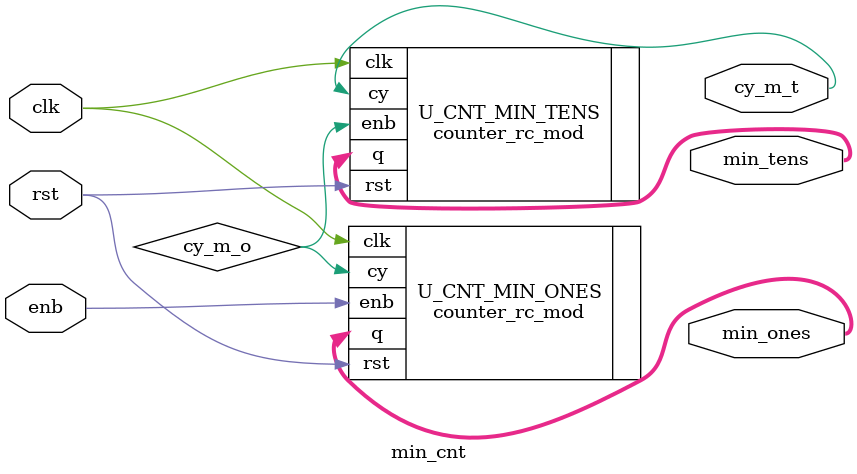
<source format=sv>
`timescale 1ns / 1ps
module min_cnt(
                input logic clk, rst, enb,
                output logic [3:0] min_tens, min_ones,
                output logic cy_m_t);
logic cy_m_o;
    
counter_rc_mod #(.MOD(10)) U_CNT_MIN_ONES (.clk, .rst, .enb, .q(min_ones), .cy(cy_m_o));

counter_rc_mod #(.MOD(6)) U_CNT_MIN_TENS (.clk, .rst, .enb(cy_m_o), .q(min_tens), .cy(cy_m_t));
    
endmodule

</source>
